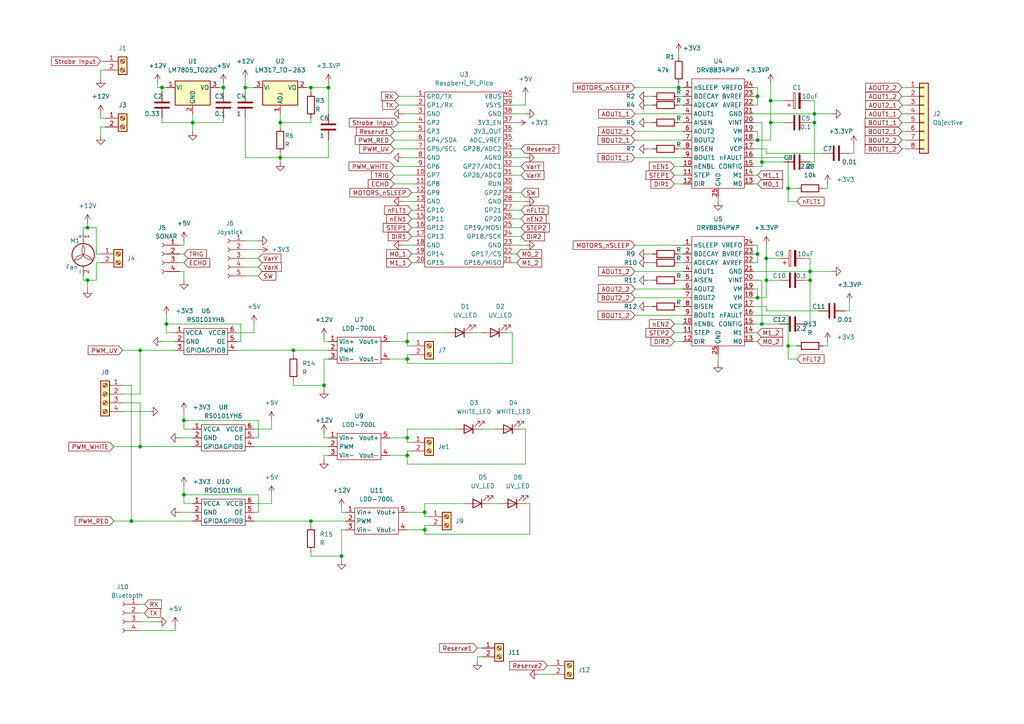
<source format=kicad_sch>
(kicad_sch (version 20211123) (generator eeschema)
  (paper "A4")
  (junction (at 118.11 99.06))
  (junction (at 46.99 25.4))
  (junction (at 222.25 74.93))
  (junction (at 234.95 81.28))
  (junction (at 40.64 101.6))
  (junction (at 219.71 40.64))
  (junction (at 55.88 35.56))
  (junction (at 40.64 129.54))
  (junction (at 220.98 93.98))
  (junction (at 223.52 35.56))
  (junction (at 234.95 78.74))
  (junction (at 53.34 121.92))
  (junction (at 228.6 54.61))
  (junction (at 219.71 73.66))
  (junction (at 48.26 93.98))
  (junction (at 99.06 161.29))
  (junction (at 81.28 45.72))
  (junction (at 123.19 153.67))
  (junction (at 219.71 86.36))
  (junction (at 222.25 81.28))
  (junction (at 85.09 101.6))
  (junction (at 71.12 25.4))
  (junction (at 25.4 81.28))
  (junction (at 228.6 100.33))
  (junction (at 223.52 29.21))
  (junction (at 236.22 35.56))
  (junction (at 38.1 151.13))
  (junction (at 118.11 104.14))
  (junction (at 219.71 27.94))
  (junction (at 90.17 151.13))
  (junction (at 95.25 25.4))
  (junction (at 53.34 143.51))
  (junction (at 90.17 25.4))
  (junction (at 196.85 25.4))
  (junction (at 123.19 148.59))
  (junction (at 25.4 66.04))
  (junction (at 118.11 127))
  (junction (at 236.22 33.02))
  (junction (at 81.28 35.56))
  (junction (at 93.98 111.76))
  (junction (at 118.11 132.08))
  (junction (at 220.98 46.99))
  (junction (at 64.77 25.4))
  (wire (pts (xy 148.59 33.02) (xy 152.4 33.02)))
  (wire (pts (xy 218.44 88.9) (xy 222.25 88.9)))
  (wire (pts (xy 118.11 153.67) (xy 123.19 153.67)))
  (wire (pts (xy 74.93 77.47) (xy 71.12 77.47)))
  (wire (pts (xy 114.3 43.18) (xy 120.65 43.18)))
  (wire (pts (xy 219.71 38.1) (xy 219.71 40.64)))
  (wire (pts (xy 24.13 81.28) (xy 25.4 81.28)))
  (wire (pts (xy 218.44 30.48) (xy 219.71 30.48)))
  (wire (pts (xy 220.98 48.26) (xy 218.44 48.26)))
  (wire (pts (xy 119.38 76.2) (xy 120.65 76.2)))
  (wire (pts (xy 222.25 81.28) (xy 226.06 81.28)))
  (wire (pts (xy 228.6 104.14) (xy 228.6 100.33)))
  (wire (pts (xy 118.11 132.08) (xy 118.11 134.62)))
  (wire (pts (xy 118.11 124.46) (xy 132.08 124.46)))
  (wire (pts (xy 223.52 24.13) (xy 223.52 29.21)))
  (wire (pts (xy 123.19 152.4) (xy 124.46 152.4)))
  (wire (pts (xy 55.88 35.56) (xy 64.77 35.56)))
  (wire (pts (xy 187.96 81.28) (xy 189.23 81.28)))
  (wire (pts (xy 95.25 45.72) (xy 81.28 45.72)))
  (wire (pts (xy 151.13 63.5) (xy 148.59 63.5)))
  (wire (pts (xy 90.17 25.4) (xy 90.17 26.67)))
  (wire (pts (xy 234.95 78.74) (xy 241.3 78.74)))
  (wire (pts (xy 218.44 25.4) (xy 219.71 25.4)))
  (wire (pts (xy 119.38 63.5) (xy 120.65 63.5)))
  (wire (pts (xy 53.34 121.92) (xy 74.93 121.92)))
  (wire (pts (xy 35.56 114.3) (xy 40.64 114.3)))
  (wire (pts (xy 261.62 40.64) (xy 262.89 40.64)))
  (wire (pts (xy 69.85 99.06) (xy 69.85 93.98)))
  (wire (pts (xy 196.85 35.56) (xy 198.12 35.56)))
  (wire (pts (xy 218.44 78.74) (xy 234.95 78.74)))
  (wire (pts (xy 113.03 127) (xy 118.11 127)))
  (wire (pts (xy 151.13 66.04) (xy 148.59 66.04)))
  (wire (pts (xy 148.59 30.48) (xy 152.4 30.48)))
  (wire (pts (xy 156.21 195.58) (xy 160.02 195.58)))
  (wire (pts (xy 218.44 96.52) (xy 219.71 96.52)))
  (wire (pts (xy 208.28 102.87) (xy 208.28 105.41)))
  (wire (pts (xy 99.06 148.59) (xy 100.33 148.59)))
  (wire (pts (xy 218.44 43.18) (xy 222.25 43.18)))
  (wire (pts (xy 261.62 25.4) (xy 262.89 25.4)))
  (wire (pts (xy 53.34 124.46) (xy 55.88 124.46)))
  (wire (pts (xy 236.22 33.02) (xy 241.3 33.02)))
  (wire (pts (xy 25.4 64.77) (xy 25.4 66.04)))
  (wire (pts (xy 118.11 104.14) (xy 118.11 102.87)))
  (wire (pts (xy 38.1 151.13) (xy 55.88 151.13)))
  (wire (pts (xy 222.25 74.93) (xy 226.06 74.93)))
  (wire (pts (xy 238.76 100.33) (xy 240.03 100.33)))
  (wire (pts (xy 196.85 73.66) (xy 198.12 73.66)))
  (wire (pts (xy 99.06 147.32) (xy 99.06 148.59)))
  (wire (pts (xy 118.11 148.59) (xy 123.19 148.59)))
  (wire (pts (xy 118.11 127) (xy 118.11 128.27)))
  (wire (pts (xy 90.17 151.13) (xy 90.17 152.4)))
  (wire (pts (xy 148.59 55.88) (xy 151.13 55.88)))
  (wire (pts (xy 29.21 20.32) (xy 29.21 22.86)))
  (wire (pts (xy 50.8 181.61) (xy 50.8 182.88)))
  (wire (pts (xy 115.57 27.94) (xy 120.65 27.94)))
  (wire (pts (xy 196.85 88.9) (xy 198.12 88.9)))
  (wire (pts (xy 115.57 30.48) (xy 120.65 30.48)))
  (wire (pts (xy 53.34 119.38) (xy 53.34 121.92)))
  (wire (pts (xy 95.25 25.4) (xy 90.17 25.4)))
  (wire (pts (xy 218.44 83.82) (xy 219.71 83.82)))
  (wire (pts (xy 196.85 25.4) (xy 198.12 25.4)))
  (wire (pts (xy 40.64 180.34) (xy 45.72 180.34)))
  (wire (pts (xy 55.88 33.02) (xy 55.88 35.56)))
  (wire (pts (xy 222.25 71.12) (xy 222.25 74.93)))
  (wire (pts (xy 90.17 161.29) (xy 99.06 161.29)))
  (wire (pts (xy 73.66 127) (xy 74.93 127)))
  (wire (pts (xy 74.93 148.59) (xy 74.93 143.51)))
  (wire (pts (xy 236.22 46.99) (xy 236.22 35.56)))
  (wire (pts (xy 81.28 33.02) (xy 81.28 35.56)))
  (wire (pts (xy 74.93 127) (xy 74.93 121.92)))
  (wire (pts (xy 118.11 128.27) (xy 119.38 128.27)))
  (wire (pts (xy 119.38 55.88) (xy 120.65 55.88)))
  (wire (pts (xy 184.15 71.12) (xy 198.12 71.12)))
  (wire (pts (xy 223.52 29.21) (xy 223.52 35.56)))
  (wire (pts (xy 29.21 33.02) (xy 29.21 34.29)))
  (wire (pts (xy 236.22 29.21) (xy 236.22 33.02)))
  (wire (pts (xy 152.4 124.46) (xy 152.4 134.62)))
  (wire (pts (xy 222.25 90.17) (xy 222.25 88.9)))
  (wire (pts (xy 116.84 45.72) (xy 120.65 45.72)))
  (wire (pts (xy 99.06 153.67) (xy 99.06 161.29)))
  (wire (pts (xy 148.59 45.72) (xy 152.4 45.72)))
  (wire (pts (xy 184.15 91.44) (xy 198.12 91.44)))
  (wire (pts (xy 71.12 72.39) (xy 74.93 72.39)))
  (wire (pts (xy 93.98 111.76) (xy 93.98 113.03)))
  (wire (pts (xy 261.62 30.48) (xy 262.89 30.48)))
  (wire (pts (xy 187.96 76.2) (xy 189.23 76.2)))
  (wire (pts (xy 228.6 45.72) (xy 228.6 54.61)))
  (wire (pts (xy 30.48 20.32) (xy 29.21 20.32)))
  (wire (pts (xy 219.71 83.82) (xy 219.71 86.36)))
  (wire (pts (xy 153.67 146.05) (xy 153.67 154.94)))
  (wire (pts (xy 73.66 148.59) (xy 74.93 148.59)))
  (wire (pts (xy 218.44 33.02) (xy 236.22 33.02)))
  (wire (pts (xy 115.57 35.56) (xy 120.65 35.56)))
  (wire (pts (xy 85.09 101.6) (xy 85.09 102.87)))
  (wire (pts (xy 119.38 130.81) (xy 118.11 130.81)))
  (wire (pts (xy 228.6 54.61) (xy 231.14 54.61)))
  (wire (pts (xy 30.48 17.78) (xy 29.21 17.78)))
  (wire (pts (xy 118.11 130.81) (xy 118.11 132.08)))
  (wire (pts (xy 220.98 46.99) (xy 227.33 46.99)))
  (wire (pts (xy 218.44 73.66) (xy 219.71 73.66)))
  (wire (pts (xy 187.96 30.48) (xy 189.23 30.48)))
  (wire (pts (xy 119.38 60.96) (xy 120.65 60.96)))
  (wire (pts (xy 123.19 146.05) (xy 134.62 146.05)))
  (wire (pts (xy 247.65 44.45) (xy 246.38 44.45)))
  (wire (pts (xy 240.03 100.33) (xy 240.03 99.06)))
  (wire (pts (xy 53.34 146.05) (xy 55.88 146.05)))
  (wire (pts (xy 78.74 121.92) (xy 78.74 124.46)))
  (wire (pts (xy 100.33 153.67) (xy 99.06 153.67)))
  (wire (pts (xy 139.7 124.46) (xy 143.51 124.46)))
  (wire (pts (xy 196.85 24.13) (xy 196.85 25.4)))
  (wire (pts (xy 95.25 24.13) (xy 95.25 25.4)))
  (wire (pts (xy 71.12 80.01) (xy 74.93 80.01)))
  (wire (pts (xy 234.95 81.28) (xy 234.95 78.74)))
  (wire (pts (xy 123.19 146.05) (xy 123.19 148.59)))
  (wire (pts (xy 148.59 35.56) (xy 149.86 35.56)))
  (wire (pts (xy 234.95 46.99) (xy 236.22 46.99)))
  (wire (pts (xy 236.22 35.56) (xy 236.22 33.02)))
  (wire (pts (xy 30.48 36.83) (xy 29.21 36.83)))
  (wire (pts (xy 53.34 78.74) (xy 53.34 81.28)))
  (wire (pts (xy 138.43 191.77) (xy 138.43 190.5)))
  (wire (pts (xy 71.12 25.4) (xy 71.12 26.67)))
  (wire (pts (xy 218.44 81.28) (xy 220.98 81.28)))
  (wire (pts (xy 40.64 116.84) (xy 40.64 129.54)))
  (wire (pts (xy 187.96 73.66) (xy 189.23 73.66)))
  (wire (pts (xy 219.71 86.36) (xy 222.25 86.36)))
  (wire (pts (xy 148.59 50.8) (xy 151.13 50.8)))
  (wire (pts (xy 196.85 15.24) (xy 196.85 16.51)))
  (wire (pts (xy 74.93 74.93) (xy 71.12 74.93)))
  (wire (pts (xy 148.59 58.42) (xy 152.4 58.42)))
  (wire (pts (xy 261.62 35.56) (xy 262.89 35.56)))
  (wire (pts (xy 95.25 132.08) (xy 93.98 132.08)))
  (wire (pts (xy 153.67 154.94) (xy 123.19 154.94)))
  (wire (pts (xy 196.85 43.18) (xy 198.12 43.18)))
  (wire (pts (xy 240.03 54.61) (xy 238.76 54.61)))
  (wire (pts (xy 138.43 190.5) (xy 139.7 190.5)))
  (wire (pts (xy 261.62 38.1) (xy 262.89 38.1)))
  (wire (pts (xy 137.16 96.52) (xy 139.7 96.52)))
  (wire (pts (xy 218.44 76.2) (xy 219.71 76.2)))
  (wire (pts (xy 33.02 129.54) (xy 40.64 129.54)))
  (wire (pts (xy 95.25 127) (xy 93.98 127)))
  (wire (pts (xy 222.25 44.45) (xy 238.76 44.45)))
  (wire (pts (xy 113.03 132.08) (xy 118.11 132.08)))
  (wire (pts (xy 116.84 58.42) (xy 120.65 58.42)))
  (wire (pts (xy 73.66 93.98) (xy 73.66 96.52)))
  (wire (pts (xy 219.71 40.64) (xy 218.44 40.64)))
  (wire (pts (xy 246.38 87.63) (xy 246.38 90.17)))
  (wire (pts (xy 52.07 78.74) (xy 53.34 78.74)))
  (wire (pts (xy 119.38 73.66) (xy 120.65 73.66)))
  (wire (pts (xy 119.38 66.04) (xy 120.65 66.04)))
  (wire (pts (xy 29.21 76.2) (xy 27.94 76.2)))
  (wire (pts (xy 219.71 25.4) (xy 219.71 27.94)))
  (wire (pts (xy 231.14 104.14) (xy 228.6 104.14)))
  (wire (pts (xy 195.58 96.52) (xy 198.12 96.52)))
  (wire (pts (xy 116.84 71.12) (xy 120.65 71.12)))
  (wire (pts (xy 41.91 175.26) (xy 40.64 175.26)))
  (wire (pts (xy 184.15 83.82) (xy 198.12 83.82)))
  (wire (pts (xy 45.72 25.4) (xy 46.99 25.4)))
  (wire (pts (xy 123.19 148.59) (xy 123.19 149.86)))
  (wire (pts (xy 142.24 146.05) (xy 144.78 146.05)))
  (wire (pts (xy 93.98 132.08) (xy 93.98 133.35)))
  (wire (pts (xy 85.09 111.76) (xy 93.98 111.76)))
  (wire (pts (xy 123.19 149.86) (xy 124.46 149.86)))
  (wire (pts (xy 195.58 93.98) (xy 198.12 93.98)))
  (wire (pts (xy 73.66 129.54) (xy 95.25 129.54)))
  (wire (pts (xy 218.44 53.34) (xy 219.71 53.34)))
  (wire (pts (xy 218.44 35.56) (xy 220.98 35.56)))
  (wire (pts (xy 48.26 91.44) (xy 48.26 93.98)))
  (wire (pts (xy 95.25 40.64) (xy 95.25 45.72)))
  (wire (pts (xy 64.77 24.13) (xy 64.77 25.4)))
  (wire (pts (xy 46.99 35.56) (xy 55.88 35.56)))
  (wire (pts (xy 233.68 74.93) (xy 234.95 74.93)))
  (wire (pts (xy 196.85 30.48) (xy 198.12 30.48)))
  (wire (pts (xy 73.66 151.13) (xy 90.17 151.13)))
  (wire (pts (xy 90.17 160.02) (xy 90.17 161.29)))
  (wire (pts (xy 223.52 40.64) (xy 219.71 40.64)))
  (wire (pts (xy 148.59 60.96) (xy 151.13 60.96)))
  (wire (pts (xy 240.03 53.34) (xy 240.03 54.61)))
  (wire (pts (xy 29.21 36.83) (xy 29.21 39.37)))
  (wire (pts (xy 53.34 143.51) (xy 74.93 143.51)))
  (wire (pts (xy 81.28 44.45) (xy 81.28 45.72)))
  (wire (pts (xy 196.85 81.28) (xy 198.12 81.28)))
  (wire (pts (xy 114.3 40.64) (xy 120.65 40.64)))
  (wire (pts (xy 78.74 146.05) (xy 73.66 146.05)))
  (wire (pts (xy 123.19 153.67) (xy 123.19 152.4)))
  (wire (pts (xy 219.71 27.94) (xy 219.71 30.48)))
  (wire (pts (xy 116.84 33.02) (xy 120.65 33.02)))
  (wire (pts (xy 151.13 68.58) (xy 148.59 68.58)))
  (wire (pts (xy 187.96 35.56) (xy 189.23 35.56)))
  (wire (pts (xy 233.68 81.28) (xy 234.95 81.28)))
  (wire (pts (xy 247.65 41.91) (xy 247.65 44.45)))
  (wire (pts (xy 148.59 71.12) (xy 152.4 71.12)))
  (wire (pts (xy 93.98 97.79) (xy 93.98 99.06)))
  (wire (pts (xy 148.59 76.2) (xy 149.86 76.2)))
  (wire (pts (xy 184.15 38.1) (xy 198.12 38.1)))
  (wire (pts (xy 222.25 90.17) (xy 237.49 90.17)))
  (wire (pts (xy 118.11 104.14) (xy 118.11 105.41)))
  (wire (pts (xy 118.11 96.52) (xy 129.54 96.52)))
  (wire (pts (xy 81.28 46.99) (xy 81.28 45.72)))
  (wire (pts (xy 218.44 38.1) (xy 219.71 38.1)))
  (wire (pts (xy 148.59 73.66) (xy 149.86 73.66)))
  (wire (pts (xy 219.71 71.12) (xy 219.71 73.66)))
  (wire (pts (xy 64.77 25.4) (xy 64.77 26.67)))
  (wire (pts (xy 113.03 104.14) (xy 118.11 104.14)))
  (wire (pts (xy 220.98 93.98) (xy 226.06 93.98)))
  (wire (pts (xy 35.56 111.76) (xy 38.1 111.76)))
  (wire (pts (xy 234.95 93.98) (xy 234.95 81.28)))
  (wire (pts (xy 78.74 124.46) (xy 73.66 124.46)))
  (wire (pts (xy 184.15 40.64) (xy 198.12 40.64)))
  (wire (pts (xy 234.95 35.56) (xy 236.22 35.56)))
  (wire (pts (xy 71.12 25.4) (xy 71.12 22.86)))
  (wire (pts (xy 184.15 45.72) (xy 198.12 45.72)))
  (wire (pts (xy 118.11 100.33) (xy 119.38 100.33)))
  (wire (pts (xy 187.96 43.18) (xy 189.23 43.18)))
  (wire (pts (xy 25.4 81.28) (xy 27.94 81.28)))
  (wire (pts (xy 184.15 86.36) (xy 198.12 86.36)))
  (wire (pts (xy 68.58 99.06) (xy 69.85 99.06)))
  (wire (pts (xy 222.25 74.93) (xy 222.25 81.28)))
  (wire (pts (xy 25.4 66.04) (xy 27.94 66.04)))
  (wire (pts (xy 55.88 35.56) (xy 55.88 38.1)))
  (wire (pts (xy 218.44 71.12) (xy 219.71 71.12)))
  (wire (pts (xy 85.09 110.49) (xy 85.09 111.76)))
  (wire (pts (xy 48.26 93.98) (xy 69.85 93.98)))
  (wire (pts (xy 148.59 96.52) (xy 148.59 105.41)))
  (wire (pts (xy 71.12 34.29) (xy 71.12 45.72)))
  (wire (pts (xy 52.07 127) (xy 55.88 127)))
  (wire (pts (xy 223.52 29.21) (xy 227.33 29.21)))
  (wire (pts (xy 52.07 148.59) (xy 55.88 148.59)))
  (wire (pts (xy 53.34 121.92) (xy 53.34 124.46)))
  (wire (pts (xy 71.12 45.72) (xy 81.28 45.72)))
  (wire (pts (xy 196.85 27.94) (xy 198.12 27.94)))
  (wire (pts (xy 118.11 102.87) (xy 119.38 102.87)))
  (wire (pts (xy 220.98 81.28) (xy 220.98 93.98)))
  (wire (pts (xy 90.17 35.56) (xy 81.28 35.56)))
  (wire (pts (xy 46.99 26.67) (xy 46.99 25.4)))
  (wire (pts (xy 46.99 99.06) (xy 50.8 99.06)))
  (wire (pts (xy 73.66 25.4) (xy 71.12 25.4)))
  (wire (pts (xy 95.25 33.02) (xy 95.25 25.4)))
  (wire (pts (xy 90.17 34.29) (xy 90.17 35.56)))
  (wire (pts (xy 148.59 48.26) (xy 151.13 48.26)))
  (wire (pts (xy 218.44 93.98) (xy 220.98 93.98)))
  (wire (pts (xy 53.34 71.12) (xy 52.07 71.12)))
  (wire (pts (xy 30.48 34.29) (xy 29.21 34.29)))
  (wire (pts (xy 93.98 99.06) (xy 95.25 99.06)))
  (wire (pts (xy 53.34 143.51) (xy 53.34 146.05)))
  (wire (pts (xy 152.4 146.05) (xy 153.67 146.05)))
  (wire (pts (xy 158.75 193.04) (xy 160.02 193.04)))
  (wire (pts (xy 33.02 151.13) (xy 38.1 151.13)))
  (wire (pts (xy 53.34 140.97) (xy 53.34 143.51)))
  (wire (pts (xy 78.74 143.51) (xy 78.74 146.05)))
  (wire (pts (xy 123.19 153.67) (xy 123.19 154.94)))
  (wire (pts (xy 24.13 80.01) (xy 24.13 81.28)))
  (wire (pts (xy 118.11 124.46) (xy 118.11 127)))
  (wire (pts (xy 24.13 66.04) (xy 25.4 66.04)))
  (wire (pts (xy 93.98 125.73) (xy 93.98 127)))
  (wire (pts (xy 52.07 76.2) (xy 53.34 76.2)))
  (wire (pts (xy 24.13 67.31) (xy 24.13 66.04)))
  (wire (pts (xy 151.13 124.46) (xy 152.4 124.46)))
  (wire (pts (xy 81.28 35.56) (xy 81.28 36.83)))
  (wire (pts (xy 184.15 33.02) (xy 198.12 33.02)))
  (wire (pts (xy 114.3 50.8) (xy 120.65 50.8)))
  (wire (pts (xy 196.85 76.2) (xy 198.12 76.2)))
  (wire (pts (xy 85.09 101.6) (xy 95.25 101.6)))
  (wire (pts (xy 99.06 161.29) (xy 99.06 162.56)))
  (wire (pts (xy 95.25 104.14) (xy 93.98 104.14)))
  (wire (pts (xy 195.58 48.26) (xy 198.12 48.26)))
  (wire (pts (xy 218.44 86.36) (xy 219.71 86.36)))
  (wire (pts (xy 45.72 24.13) (xy 45.72 25.4)))
  (wire (pts (xy 218.44 91.44) (xy 228.6 91.44)))
  (wire (pts (xy 88.9 25.4) (xy 90.17 25.4)))
  (wire (pts (xy 35.56 119.38) (xy 43.18 119.38)))
  (wire (pts (xy 29.21 73.66) (xy 27.94 73.66)))
  (wire (pts (xy 93.98 104.14) (xy 93.98 111.76)))
  (wire (pts (xy 114.3 38.1) (xy 120.65 38.1)))
  (wire (pts (xy 46.99 34.29) (xy 46.99 35.56)))
  (wire (pts (xy 147.32 96.52) (xy 148.59 96.52)))
  (wire (pts (xy 218.44 99.06) (xy 219.71 99.06)))
  (wire (pts (xy 184.15 78.74) (xy 198.12 78.74)))
  (wire (pts (xy 114.3 48.26) (xy 120.65 48.26)))
  (wire (pts (xy 90.17 151.13) (xy 100.33 151.13)))
  (wire (pts (xy 223.52 35.56) (xy 227.33 35.56)))
  (wire (pts (xy 119.38 68.58) (xy 120.65 68.58)))
  (wire (pts (xy 27.94 81.28) (xy 27.94 76.2)))
  (wire (pts (xy 27.94 66.04) (xy 27.94 73.66)))
  (wire (pts (xy 187.96 27.94) (xy 189.23 27.94)))
  (wire (pts (xy 46.99 25.4) (xy 48.26 25.4)))
  (wire (pts (xy 48.26 93.98) (xy 48.26 96.52)))
  (wire (pts (xy 231.14 58.42) (xy 228.6 58.42)))
  (wire (pts (xy 152.4 134.62) (xy 118.11 134.62)))
  (wire (pts (xy 234.95 74.93) (xy 234.95 78.74)))
  (wire (pts (xy 118.11 96.52) (xy 118.11 99.06)))
  (wire (pts (xy 118.11 99.06) (xy 118.11 100.33)))
  (wire (pts (xy 195.58 99.06) (xy 198.12 99.06)))
  (wire (pts (xy 218.44 50.8) (xy 219.71 50.8)))
  (wire (pts (xy 53.34 69.85) (xy 53.34 71.12)))
  (wire (pts (xy 184.15 25.4) (xy 196.85 25.4)))
  (wire (pts (xy 138.43 187.96) (xy 139.7 187.96)))
  (wire (pts (xy 222.25 86.36) (xy 222.25 81.28)))
  (wire (pts (xy 246.38 90.17) (xy 245.11 90.17)))
  (wire (pts (xy 220.98 35.56) (xy 220.98 46.99)))
  (wire (pts (xy 71.12 69.85) (xy 74.93 69.85)))
  (wire (pts (xy 261.62 27.94) (xy 262.89 27.94)))
  (wire (pts (xy 68.58 101.6) (xy 85.09 101.6)))
  (wire (pts (xy 73.66 96.52) (xy 68.58 96.52)))
  (wire (pts (xy 113.03 99.06) (xy 118.11 99.06)))
  (wire (pts (xy 222.25 44.45) (xy 222.25 43.18)))
  (wire (pts (xy 228.6 100.33) (xy 231.14 100.33)))
  (wire (pts (xy 64.77 34.29) (xy 64.77 35.56)))
  (wire (pts (xy 35.56 101.6) (xy 40.64 101.6)))
  (wire (pts (xy 195.58 53.34) (xy 198.12 53.34)))
  (wire (pts (xy 218.44 45.72) (xy 228.6 45.72)))
  (wire (pts (xy 219.71 73.66) (xy 219.71 76.2)))
  (wire (pts (xy 35.56 116.84) (xy 40.64 116.84)))
  (wire (pts (xy 38.1 111.76) (xy 38.1 151.13)))
  (wire (pts (xy 195.58 50.8) (xy 198.12 50.8)))
  (wire (pts (xy 40.64 101.6) (xy 40.64 114.3)))
  (wire (pts (xy 233.68 93.98) (xy 234.95 93.98)))
  (wire (pts (xy 40.64 182.88) (xy 50.8 182.88)))
  (wire (pts (xy 208.28 57.15) (xy 208.28 58.42)))
  (wire (pts (xy 261.62 33.02) (xy 262.89 33.02)))
  (wire (pts (xy 220.98 46.99) (xy 220.98 48.26)))
  (wire (pts (xy 234.95 29.21) (xy 236.22 29.21)))
  (wire (pts (xy 223.52 35.56) (xy 223.52 40.64)))
  (wire (pts (xy 48.26 96.52) (xy 50.8 96.52)))
  (wire (pts (xy 187.96 88.9) (xy 189.23 88.9)))
  (wire (pts (xy 148.59 105.41) (xy 118.11 105.41)))
  (wire (pts (xy 52.07 73.66) (xy 53.34 73.66)))
  (wire (pts (xy 228.6 91.44) (xy 228.6 100.33)))
  (wire (pts (xy 114.3 53.34) (xy 120.65 53.34)))
  (wire (pts (xy 63.5 25.4) (xy 64.77 25.4)))
  (wire (pts (xy 152.4 30.48) (xy 152.4 27.94)))
  (wire (pts (xy 40.64 177.8) (xy 41.91 177.8)))
  (wire (pts (xy 40.64 101.6) (xy 50.8 101.6)))
  (wire (pts (xy 228.6 58.42) (xy 228.6 54.61)))
  (wire (pts (xy 261.62 43.18) (xy 262.89 43.18)))
  (wire (pts (xy 148.59 43.18) (xy 151.13 43.18)))
  (wire (pts (xy 40.64 129.54) (xy 55.88 129.54)))
  (wire (pts (xy 25.4 81.28) (xy 25.4 83.82)))
  (wire (pts (xy 218.44 27.94) (xy 219.71 27.94)))
  (global_label "Strobe Input" (shape input) (at 29.21 17.78 180) (property "Intersheet References" "${INTERSHEET_REFS}" (effects hide)))
  (global_label "AOUT2_2" (shape input) (at 261.62 25.4 180) (property "Intersheet References" "${INTERSHEET_REFS}" (effects hide)))
  (global_label "BOUT2_1" (shape input) (at 261.62 38.1 180) (property "Intersheet References" "${INTERSHEET_REFS}" (effects hide)))
  (global_label "M0_1" (shape input) (at 119.38 73.66 180) (property "Intersheet References" "${INTERSHEET_REFS}" (effects hide)))
  (global_label "Reserve2" (shape input) (at 151.13 43.18 0) (property "Intersheet References" "${INTERSHEET_REFS}" (effects hide)))
  (global_label "BOUT1_1" (shape input) (at 184.15 45.72 180) (property "Intersheet References" "${INTERSHEET_REFS}" (effects hide)))
  (global_label "BOUT2_1" (shape input) (at 184.15 40.64 180) (property "Intersheet References" "${INTERSHEET_REFS}" (effects hide)))
  (global_label "PWM_RED" (shape input) (at 33.02 151.13 180) (property "Intersheet References" "${INTERSHEET_REFS}" (effects hide)))
  (global_label "AOUT2_1" (shape input) (at 184.15 38.1 180) (property "Intersheet References" "${INTERSHEET_REFS}" (effects hide)))
  (global_label "AOUT1_1" (shape input) (at 261.62 33.02 180) (property "Intersheet References" "${INTERSHEET_REFS}" (effects hide)))
  (global_label "Reserve1" (shape input) (at 138.43 187.96 180) (property "Intersheet References" "${INTERSHEET_REFS}" (effects hide)))
  (global_label "RX" (shape input) (at 41.91 175.26 0) (property "Intersheet References" "${INTERSHEET_REFS}" (effects hide)))
  (global_label "nFLT2" (shape input) (at 231.14 104.14 0) (property "Intersheet References" "${INTERSHEET_REFS}" (effects hide)))
  (global_label "DIR1" (shape input) (at 119.38 68.58 180) (property "Intersheet References" "${INTERSHEET_REFS}" (effects hide)))
  (global_label "TRIG" (shape input) (at 114.3 50.8 180) (property "Intersheet References" "${INTERSHEET_REFS}" (effects hide)))
  (global_label "RX" (shape input) (at 115.57 27.94 180) (property "Intersheet References" "${INTERSHEET_REFS}" (effects hide)))
  (global_label "AOUT1_2" (shape input) (at 184.15 78.74 180) (property "Intersheet References" "${INTERSHEET_REFS}" (effects hide)))
  (global_label "PWM_UV" (shape input) (at 35.56 101.6 180) (property "Intersheet References" "${INTERSHEET_REFS}" (effects hide)))
  (global_label "Strobe Input" (shape input) (at 115.57 35.56 180) (property "Intersheet References" "${INTERSHEET_REFS}" (effects hide)))
  (global_label "ECHO" (shape input) (at 114.3 53.34 180) (property "Intersheet References" "${INTERSHEET_REFS}" (effects hide)))
  (global_label "TX" (shape input) (at 115.57 30.48 180) (property "Intersheet References" "${INTERSHEET_REFS}" (effects hide)))
  (global_label "Reserve2" (shape input) (at 158.75 193.04 180) (property "Intersheet References" "${INTERSHEET_REFS}" (effects hide)))
  (global_label "VarY" (shape input) (at 74.93 74.93 0) (property "Intersheet References" "${INTERSHEET_REFS}" (effects hide)))
  (global_label "STEP1" (shape input) (at 119.38 66.04 180) (property "Intersheet References" "${INTERSHEET_REFS}" (effects hide)))
  (global_label "BOUT1_2" (shape input) (at 184.15 91.44 180) (property "Intersheet References" "${INTERSHEET_REFS}" (effects hide)))
  (global_label "DIR2" (shape input) (at 195.58 99.06 180) (property "Intersheet References" "${INTERSHEET_REFS}" (effects hide)))
  (global_label "nEN2" (shape input) (at 195.58 93.98 180) (property "Intersheet References" "${INTERSHEET_REFS}" (effects hide)))
  (global_label "nFLT1" (shape input) (at 231.14 58.42 0) (property "Intersheet References" "${INTERSHEET_REFS}" (effects hide)))
  (global_label "nFLT1" (shape input) (at 119.38 60.96 180) (property "Intersheet References" "${INTERSHEET_REFS}" (effects hide)))
  (global_label "M0_1" (shape input) (at 219.71 53.34 0) (property "Intersheet References" "${INTERSHEET_REFS}" (effects hide)))
  (global_label "PWM_WHITE" (shape input) (at 33.02 129.54 180) (property "Intersheet References" "${INTERSHEET_REFS}" (effects hide)))
  (global_label "BOUT2_2" (shape input) (at 261.62 40.64 180) (property "Intersheet References" "${INTERSHEET_REFS}" (effects hide)))
  (global_label "VarX" (shape input) (at 151.13 50.8 0) (property "Intersheet References" "${INTERSHEET_REFS}" (effects hide)))
  (global_label "DIR2" (shape input) (at 151.13 68.58 0) (property "Intersheet References" "${INTERSHEET_REFS}" (effects hide)))
  (global_label "M0_2" (shape input) (at 149.86 73.66 0) (property "Intersheet References" "${INTERSHEET_REFS}" (effects hide)))
  (global_label "ECHO" (shape input) (at 53.34 76.2 0) (property "Intersheet References" "${INTERSHEET_REFS}" (effects hide)))
  (global_label "MOTORS_nSLEEP" (shape input) (at 184.15 71.12 180) (property "Intersheet References" "${INTERSHEET_REFS}" (effects hide)))
  (global_label "AOUT2_1" (shape input) (at 261.62 30.48 180) (property "Intersheet References" "${INTERSHEET_REFS}" (effects hide)))
  (global_label "PWM_WHITE" (shape input) (at 114.3 48.26 180) (property "Intersheet References" "${INTERSHEET_REFS}" (effects hide)))
  (global_label "MOTORS_nSLEEP" (shape input) (at 184.15 25.4 180) (property "Intersheet References" "${INTERSHEET_REFS}" (effects hide)))
  (global_label "STEP2" (shape input) (at 151.13 66.04 0) (property "Intersheet References" "${INTERSHEET_REFS}" (effects hide)))
  (global_label "MOTORS_nSLEEP" (shape input) (at 119.38 55.88 180) (property "Intersheet References" "${INTERSHEET_REFS}" (effects hide)))
  (global_label "AOUT1_1" (shape input) (at 184.15 33.02 180) (property "Intersheet References" "${INTERSHEET_REFS}" (effects hide)))
  (global_label "M0_2" (shape input) (at 219.71 99.06 0) (property "Intersheet References" "${INTERSHEET_REFS}" (effects hide)))
  (global_label "AOUT1_2" (shape input) (at 261.62 27.94 180) (property "Intersheet References" "${INTERSHEET_REFS}" (effects hide)))
  (global_label "nEN1" (shape input) (at 119.38 63.5 180) (property "Intersheet References" "${INTERSHEET_REFS}" (effects hide)))
  (global_label "nEN1" (shape input) (at 195.58 48.26 180) (property "Intersheet References" "${INTERSHEET_REFS}" (effects hide)))
  (global_label "M1_2" (shape input) (at 149.86 76.2 0) (property "Intersheet References" "${INTERSHEET_REFS}" (effects hide)))
  (global_label "TX" (shape input) (at 41.91 177.8 0) (property "Intersheet References" "${INTERSHEET_REFS}" (effects hide)))
  (global_label "STEP1" (shape input) (at 195.58 50.8 180) (property "Intersheet References" "${INTERSHEET_REFS}" (effects hide)))
  (global_label "M1_1" (shape input) (at 219.71 50.8 0) (property "Intersheet References" "${INTERSHEET_REFS}" (effects hide)))
  (global_label "M1_2" (shape input) (at 219.71 96.52 0) (property "Intersheet References" "${INTERSHEET_REFS}" (effects hide)))
  (global_label "STEP2" (shape input) (at 195.58 96.52 180) (property "Intersheet References" "${INTERSHEET_REFS}" (effects hide)))
  (global_label "AOUT2_2" (shape input) (at 184.15 83.82 180) (property "Intersheet References" "${INTERSHEET_REFS}" (effects hide)))
  (global_label "BOUT2_2" (shape input) (at 184.15 86.36 180) (property "Intersheet References" "${INTERSHEET_REFS}" (effects hide)))
  (global_label "BOUT1_1" (shape input) (at 261.62 35.56 180) (property "Intersheet References" "${INTERSHEET_REFS}" (effects hide)))
  (global_label "TRIG" (shape input) (at 53.34 73.66 0) (property "Intersheet References" "${INTERSHEET_REFS}" (effects hide)))
  (global_label "BOUT1_2" (shape input) (at 261.62 43.18 180) (property "Intersheet References" "${INTERSHEET_REFS}" (effects hide)))
  (global_label "PWM_UV" (shape input) (at 114.3 43.18 180) (property "Intersheet References" "${INTERSHEET_REFS}" (effects hide)))
  (global_label "SW" (shape input) (at 74.93 80.01 0) (property "Intersheet References" "${INTERSHEET_REFS}" (effects hide)))
  (global_label "PWM_RED" (shape input) (at 114.3 40.64 180) (property "Intersheet References" "${INTERSHEET_REFS}" (effects hide)))
  (global_label "VarY" (shape input) (at 151.13 48.26 0) (property "Intersheet References" "${INTERSHEET_REFS}" (effects hide)))
  (global_label "nFLT2" (shape input) (at 151.13 60.96 0) (property "Intersheet References" "${INTERSHEET_REFS}" (effects hide)))
  (global_label "nEN2" (shape input) (at 151.13 63.5 0) (property "Intersheet References" "${INTERSHEET_REFS}" (effects hide)))
  (global_label "SW" (shape input) (at 151.13 55.88 0) (property "Intersheet References" "${INTERSHEET_REFS}" (effects hide)))
  (global_label "VarX" (shape input) (at 74.93 77.47 0) (property "Intersheet References" "${INTERSHEET_REFS}" (effects hide)))
  (global_label "M1_1" (shape input) (at 119.38 76.2 180) (property "Intersheet References" "${INTERSHEET_REFS}" (effects hide)))
  (global_label "DIR1" (shape input) (at 195.58 53.34 180) (property "Intersheet References" "${INTERSHEET_REFS}" (effects hide)))
  (global_label "Reserve1" (shape input) (at 114.3 38.1 180) (property "Intersheet References" "${INTERSHEET_REFS}" (effects hide)))
  (symbol (lib_id "power:GND") (at 187.96 76.2 270) (unit 1)
    (property "Reference" "#PWR036" (effects hide))
    (property "Value" "GND" (effects hide))
  )
  (symbol (lib_id "power:GND") (at 116.84 33.02 270) (unit 1)
    (property "Reference" "#PWR012" (effects hide))
    (property "Value" "GND" (effects hide))
  )
  (symbol (lib_id "power:+12V") (at 25.4 64.77 0) (unit 1)
    (property "Reference" "#PWR028" (effects hide))
    (property "Value" "+12V" (at 25.4 59.69 0))
  )
  (symbol (lib_id "Connector:Screw_Terminal_01x04") (at 30.48 114.3 0) (mirror y) (unit 1)
    (property "Reference" "J8" (at 30.48 107.95 0))
    (property "Value" "Screw_Terminal_01x04" (effects hide))
    (property "Footprint" "Connector_PinHeader_2.54mm:PinHeader_1x04_P2.54mm_Vertical" (effects hide))
  )
  (symbol (lib_id "power:+12V") (at 93.98 125.73 0) (unit 1)
    (property "Reference" "#PWR053" (effects hide))
    (property "Value" "+12V" (at 93.98 121.92 0))
  )
  (symbol (lib_id "power:+5V") (at 53.34 69.85 0) (unit 1)
    (property "Reference" "#PWR029" (effects hide))
    (property "Value" "+5V" (at 53.34 64.77 0))
  )
  (symbol (lib_id "Device:C_Polarized") (at 231.14 29.21 90) (unit 1)
    (property "Reference" "C1" (at 231.14 25.4 90))
    (property "Value" "10uF" (at 234.95 27.94 90))
    (property "Footprint" "Capacitor_THT:CP_Radial_D6.3mm_P2.50mm" (effects hide))
  )
  (symbol (lib_id "power:GND") (at 116.84 45.72 270) (unit 1)
    (property "Reference" "#PWR021" (effects hide))
    (property "Value" "GND" (effects hide))
  )
  (symbol (lib_id "power:GND") (at 138.43 191.77 0) (unit 1)
    (property "Reference" "#PWR0102" (effects hide))
    (property "Value" "GND" (effects hide))
  )
  (symbol (lib_id "power:GND") (at 152.4 33.02 90) (unit 1)
    (property "Reference" "#PWR013" (effects hide))
    (property "Value" "GND" (effects hide))
  )
  (symbol (lib_id "Shield_Emergent:RS0101YH6") (at 64.77 127 0) (unit 1)
    (property "Reference" "U8" (at 64.77 118.11 0))
    (property "Value" "RS0101YH6" (at 64.77 120.65 0))
    (property "Footprint" "Package_TO_SOT_SMD:SOT-23-6_Handsoldering" (effects hide))
  )
  (symbol (lib_id "Device:C") (at 95.25 36.83 0) (unit 1)
    (property "Reference" "C6" (at 92.71 34.29 0) (effects (justify left)))
    (property "Value" "1" (at 92.71 39.37 0) (effects (justify left)))
    (property "Footprint" "Capacitor_SMD:C_0603_1608Metric_Pad1.08x0.95mm_HandSolder" (effects hide))
  )
  (symbol (lib_id "Device:R") (at 193.04 35.56 90) (unit 1)
    (property "Reference" "R5" (at 182.88 35.56 90))
    (property "Value" "R" (at 196.85 34.29 90))
    (property "Footprint" "Resistor_SMD:R_0603_1608Metric_Pad0.98x0.95mm_HandSolder" (effects hide))
  )
  (symbol (lib_id "Device:C") (at 64.77 30.48 0) (unit 1)
    (property "Reference" "C3" (at 62.23 27.94 0) (effects (justify left)))
    (property "Value" "0.1" (at 62.23 33.02 0) (effects (justify left)))
    (property "Footprint" "Capacitor_SMD:C_0603_1608Metric_Pad1.08x0.95mm_HandSolder" (effects hide))
  )
  (symbol (lib_id "Shield_Emergent:Raspberri_Pi_Pico") (at 134.62 39.37 0) (unit 1)
    (property "Reference" "U3" (at 134.62 21.59 0))
    (property "Value" "Raspberri_Pi_Pico" (at 134.62 24.13 0))
    (property "Footprint" "Shield_Emergent:Raspberry Pi Pico" (effects hide))
  )
  (symbol (lib_id "power:GND") (at 152.4 58.42 90) (unit 1)
    (property "Reference" "#PWR026" (effects hide))
    (property "Value" "GND" (effects hide))
  )
  (symbol (lib_id "power:GND") (at 25.4 83.82 0) (unit 1)
    (property "Reference" "#PWR040" (effects hide))
    (property "Value" "GND" (effects hide))
  )
  (symbol (lib_id "power:GND") (at 187.96 43.18 270) (unit 1)
    (property "Reference" "#PWR020" (effects hide))
    (property "Value" "GND" (effects hide))
  )
  (symbol (lib_id "Connector:Screw_Terminal_01x02") (at 35.56 34.29 0) (unit 1)
    (property "Reference" "J3" (at 35.56 30.48 0))
    (property "Value" "Screw_Terminal_01x02" (effects hide))
    (property "Footprint" "Connector_PinSocket_2.54mm:PinSocket_1x02_P2.54mm_Vertical" (effects hide))
  )
  (symbol (lib_id "Device:LED") (at 138.43 146.05 180) (unit 1) (on_board no)
    (property "Reference" "D5" (at 140.0175 138.43 0))
    (property "Value" "UV_LED" (at 140.0175 140.97 0))
  )
  (symbol (lib_id "Regulator_Linear:LM7805_TO220") (at 55.88 25.4 0) (unit 1)
    (property "Reference" "U1" (at 55.88 17.78 0))
    (property "Value" "LM7805_TO220" (at 55.88 20.32 0))
    (property "Footprint" "Package_TO_SOT_THT:TO-220-3_Vertical" (effects hide))
    (property "Datasheet" "https://www.onsemi.cn/PowerSolutions/document/MC7800-D.PDF" (effects hide))
  )
  (symbol (lib_id "Connector:Screw_Terminal_01x02") (at 124.46 100.33 0) (unit 1)
    (property "Reference" "J7" (at 127 101.5999 0) (effects (justify left)))
    (property "Value" "Screw_Terminal_01x02" (effects hide))
    (property "Footprint" "Connector_PinSocket_2.54mm:PinSocket_1x02_P2.54mm_Vertical" (effects hide))
  )
  (symbol (lib_id "Connector:Screw_Terminal_01x02") (at 34.29 73.66 0) (unit 1)
    (property "Reference" "J4" (at 36.83 74.9299 0) (effects (justify left)))
    (property "Value" "Screw_Terminal_01x02" (effects hide))
    (property "Footprint" "Connector_PinSocket_2.54mm:PinSocket_1x02_P2.54mm_Vertical" (effects hide))
  )
  (symbol (lib_id "power:+3.3VP") (at 223.52 24.13 0) (unit 1)
    (property "Reference" "#PWR07" (effects hide))
    (property "Value" "+3.3VP" (at 219.71 20.32 0))
  )
  (symbol (lib_id "power:GND") (at 93.98 133.35 0) (unit 1)
    (property "Reference" "#PWR055" (effects hide))
    (property "Value" "GND" (effects hide))
  )
  (symbol (lib_id "power:GND") (at 29.21 22.86 0) (unit 1)
    (property "Reference" "#PWR02" (effects hide))
    (property "Value" "GND" (effects hide))
  )
  (symbol (lib_id "Shield_Emergent:RS0101YH6") (at 59.69 99.06 0) (unit 1)
    (property "Reference" "U6" (at 59.69 90.17 0))
    (property "Value" "RS0101YH6" (at 59.69 92.71 0))
    (property "Footprint" "Package_TO_SOT_SMD:SOT-23-6_Handsoldering" (effects hide))
  )
  (symbol (lib_id "Device:R") (at 193.04 88.9 90) (unit 1)
    (property "Reference" "R12" (at 182.88 88.9 90))
    (property "Value" "R" (at 196.85 87.63 90))
    (property "Footprint" "Resistor_SMD:R_0603_1608Metric_Pad0.98x0.95mm_HandSolder" (effects hide))
  )
  (symbol (lib_id "power:+12V") (at 45.72 24.13 0) (unit 1)
    (property "Reference" "#PWR04" (effects hide))
    (property "Value" "+12V" (at 45.72 19.05 0))
  )
  (symbol (lib_id "power:GND") (at 187.96 27.94 270) (unit 1)
    (property "Reference" "#PWR09" (effects hide))
    (property "Value" "GND" (effects hide))
  )
  (symbol (lib_id "power:GND") (at 152.4 45.72 90) (unit 1)
    (property "Reference" "#PWR022" (effects hide))
    (property "Value" "GND" (effects hide))
  )
  (symbol (lib_id "power:GND") (at 116.84 58.42 270) (unit 1)
    (property "Reference" "#PWR025" (effects hide))
    (property "Value" "GND" (effects hide))
  )
  (symbol (lib_id "Shield_Emergent:LDD-700L") (at 104.14 101.6 0) (unit 1)
    (property "Reference" "U7" (at 104.14 92.71 0))
    (property "Value" "LDD-700L" (at 104.14 95.25 0))
    (property "Footprint" "Shield_Emergent:LDD-700L" (effects hide))
  )
  (symbol (lib_id "power:+3.3V") (at 74.93 72.39 270) (unit 1)
    (property "Reference" "#PWR034" (effects hide))
    (property "Value" "+3.3V" (at 78.74 72.3899 90) (effects (justify left)))
  )
  (symbol (lib_id "power:+12V") (at 93.98 97.79 0) (unit 1)
    (property "Reference" "#PWR045" (effects hide))
    (property "Value" "+12V" (at 93.98 92.71 0))
  )
  (symbol (lib_id "power:+3.3V") (at 53.34 140.97 0) (unit 1)
    (property "Reference" "#PWR056" (effects hide))
    (property "Value" "+3.3V" (at 55.88 139.6999 0) (effects (justify left)))
  )
  (symbol (lib_id "Device:LED") (at 135.89 124.46 180) (unit 1) (on_board no)
    (property "Reference" "D3" (at 137.4775 116.84 0))
    (property "Value" "WHITE_LED" (at 137.4775 119.38 0))
  )
  (symbol (lib_id "Device:C") (at 71.12 30.48 0) (unit 1)
    (property "Reference" "C4" (at 68.58 27.94 0) (effects (justify left)))
    (property "Value" "1" (at 68.58 33.02 0) (effects (justify left)))
    (property "Footprint" "Capacitor_SMD:C_0603_1608Metric_Pad1.08x0.95mm_HandSolder" (effects hide))
  )
  (symbol (lib_id "Device:LED") (at 143.51 96.52 180) (unit 1) (on_board no)
    (property "Reference" "D2" (at 145.0975 88.9 0))
    (property "Value" "UV_LED" (at 145.0975 91.44 0))
  )
  (symbol (lib_id "Device:R") (at 193.04 43.18 90) (unit 1)
    (property "Reference" "R7" (at 182.88 43.18 90))
    (property "Value" "R" (at 196.85 41.91 90))
    (property "Footprint" "Resistor_SMD:R_0603_1608Metric_Pad0.98x0.95mm_HandSolder" (effects hide))
  )
  (symbol (lib_id "power:+12V") (at 71.12 22.86 0) (unit 1)
    (property "Reference" "#PWR03" (effects hide))
    (property "Value" "+12V" (at 71.12 17.78 0))
  )
  (symbol (lib_id "power:GND") (at 116.84 71.12 270) (unit 1)
    (property "Reference" "#PWR031" (effects hide))
    (property "Value" "GND" (effects hide))
  )
  (symbol (lib_id "Connector:Screw_Terminal_01x02") (at 35.56 17.78 0) (unit 1)
    (property "Reference" "J1" (at 35.56 13.97 0))
    (property "Value" "Screw_Terminal_01x02" (effects hide))
    (property "Footprint" "Connector_PinSocket_2.54mm:PinSocket_1x02_P2.54mm_Vertical" (effects hide))
  )
  (symbol (lib_id "power:+5V") (at 78.74 143.51 0) (unit 1)
    (property "Reference" "#PWR057" (effects hide))
    (property "Value" "+5V" (at 78.74 138.43 0))
  )
  (symbol (lib_id "power:GND") (at 52.07 148.59 270) (unit 1)
    (property "Reference" "#PWR059" (effects hide))
    (property "Value" "GND" (effects hide))
  )
  (symbol (lib_id "power:GND") (at 187.96 30.48 270) (unit 1)
    (property "Reference" "#PWR010" (effects hide))
    (property "Value" "GND" (effects hide))
  )
  (symbol (lib_id "power:GND") (at 187.96 88.9 270) (unit 1)
    (property "Reference" "#PWR042" (effects hide))
    (property "Value" "GND" (effects hide))
  )
  (symbol (lib_id "Device:LED") (at 148.59 146.05 180) (unit 1) (on_board no)
    (property "Reference" "D6" (at 150.1775 138.43 0))
    (property "Value" "UV_LED" (at 150.1775 140.97 0))
  )
  (symbol (lib_id "Device:R") (at 85.09 106.68 0) (unit 1)
    (property "Reference" "R14" (at 87.63 105.4099 0) (effects (justify left)))
    (property "Value" "R" (at 87.63 107.9499 0) (effects (justify left)))
    (property "Footprint" "Resistor_SMD:R_0603_1608Metric_Pad0.98x0.95mm_HandSolder" (effects hide))
  )
  (symbol (lib_id "power:GND") (at 74.93 69.85 90) (unit 1)
    (property "Reference" "#PWR030" (effects hide))
    (property "Value" "GND" (effects hide))
  )
  (symbol (lib_id "Connector:Screw_Terminal_01x02") (at 124.46 128.27 0) (unit 1)
    (property "Reference" "Je1" (at 127 129.5399 0) (effects (justify left)))
    (property "Value" "Screw_Terminal_01x02" (effects hide))
    (property "Footprint" "Connector_PinSocket_2.54mm:PinSocket_1x02_P2.54mm_Vertical" (effects hide))
  )
  (symbol (lib_id "power:GND") (at 99.06 162.56 0) (unit 1)
    (property "Reference" "#PWR060" (effects hide))
    (property "Value" "GND" (effects hide))
  )
  (symbol (lib_id "power:+3.3V") (at 196.85 15.24 0) (unit 1)
    (property "Reference" "#PWR01" (effects hide))
    (property "Value" "+3.3V" (at 200.66 13.97 0))
  )
  (symbol (lib_id "Connector:Conn_01x05_Female") (at 66.04 74.93 0) (mirror y) (unit 1)
    (property "Reference" "J6" (at 66.675 64.77 0))
    (property "Value" "Joystick" (at 66.675 67.31 0))
    (property "Footprint" "Connector_PinSocket_2.54mm:PinSocket_1x05_P2.54mm_Vertical" (effects hide))
  )
  (symbol (lib_id "power:GND") (at 55.88 38.1 0) (unit 1)
    (property "Reference" "#PWR017" (effects hide))
    (property "Value" "GND" (effects hide))
  )
  (symbol (lib_id "Shield_Emergent:DRV8834PWP") (at 208.28 39.37 0) (unit 1)
    (property "Reference" "U4" (at 208.28 17.78 0))
    (property "Value" "DRV8834PWP" (at 208.28 20.32 0))
    (property "Footprint" "Shield_Emergent:DRV8834PWP" (effects hide))
  )
  (symbol (lib_id "power:GND") (at 208.28 105.41 0) (unit 1)
    (property "Reference" "#PWR048" (effects hide))
    (property "Value" "GND" (effects hide))
  )
  (symbol (lib_id "power:+3.3V") (at 240.03 99.06 0) (unit 1)
    (property "Reference" "#PWR047" (effects hide))
    (property "Value" "+3.3V" (at 242.57 97.7899 0) (effects (justify left)))
  )
  (symbol (lib_id "power:+3.3V") (at 149.86 35.56 270) (unit 1)
    (property "Reference" "#PWR015" (effects hide))
    (property "Value" "+3.3V" (at 153.67 35.5599 90) (effects (justify left)))
  )
  (symbol (lib_id "power:GND") (at 241.3 78.74 90) (unit 1)
    (property "Reference" "#PWR037" (effects hide))
    (property "Value" "GND" (effects hide))
  )
  (symbol (lib_id "Device:C") (at 231.14 35.56 270) (unit 1)
    (property "Reference" "C5" (at 233.68 34.29 90))
    (property "Value" "0.1" (at 233.68 36.83 90))
    (property "Footprint" "Capacitor_SMD:C_0603_1608Metric_Pad1.08x0.95mm_HandSolder" (effects hide))
  )
  (symbol (lib_id "Device:R") (at 193.04 27.94 90) (unit 1)
    (property "Reference" "R2" (at 182.88 27.94 90))
    (property "Value" "R" (at 196.85 26.67 90))
    (property "Footprint" "Resistor_SMD:R_0603_1608Metric_Pad0.98x0.95mm_HandSolder" (effects hide))
  )
  (symbol (lib_id "power:+3.3VP") (at 247.65 41.91 0) (unit 1)
    (property "Reference" "#PWR019" (effects hide))
    (property "Value" "+3.3VP" (at 243.84 38.1 0))
  )
  (symbol (lib_id "power:+3.3VP") (at 246.38 87.63 0) (unit 1)
    (property "Reference" "#PWR041" (effects hide))
    (property "Value" "+3.3VP" (at 246.38 82.55 0))
  )
  (symbol (lib_id "Device:C_Polarized") (at 229.87 74.93 90) (unit 1)
    (property "Reference" "C9" (at 226.06 73.66 90))
    (property "Value" "10uF" (at 233.68 73.66 90))
    (property "Footprint" "Capacitor_THT:CP_Radial_D6.3mm_P2.50mm" (effects hide))
  )
  (symbol (lib_id "Device:R") (at 196.85 20.32 0) (unit 1)
    (property "Reference" "R1" (at 193.04 16.51 0) (effects (justify left)))
    (property "Value" "47k" (at 190.5 20.32 0) (effects (justify left)))
    (property "Footprint" "Resistor_SMD:R_0603_1608Metric_Pad0.98x0.95mm_HandSolder" (effects hide))
  )
  (symbol (lib_id "power:+3.3VP") (at 222.25 71.12 0) (unit 1)
    (property "Reference" "#PWR033" (effects hide))
    (property "Value" "+3.3VP" (at 222.25 66.04 0))
  )
  (symbol (lib_id "Shield_Emergent:DRV8834PWP") (at 208.28 85.09 0) (unit 1)
    (property "Reference" "U5" (at 208.28 63.5 0))
    (property "Value" "DRV8834PWP" (at 208.28 66.04 0))
    (property "Footprint" "Shield_Emergent:DRV8834PWP" (effects hide))
  )
  (symbol (lib_id "Shield_Emergent:LDD-700L") (at 104.14 129.54 0) (unit 1)
    (property "Reference" "U9" (at 104.14 120.65 0))
    (property "Value" "LDD-700L" (at 104.14 123.19 0))
    (property "Footprint" "Shield_Emergent:LDD-700L" (effects hide))
  )
  (symbol (lib_id "power:+3.3VP") (at 95.25 24.13 0) (unit 1)
    (property "Reference" "#PWR06" (effects hide))
    (property "Value" "+3.3VP" (at 95.25 19.05 0))
  )
  (symbol (lib_id "power:+3.3V") (at 53.34 119.38 0) (unit 1)
    (property "Reference" "#PWR051" (effects hide))
    (property "Value" "+3.3V" (at 55.88 118.1099 0) (effects (justify left)))
  )
  (symbol (lib_id "Device:C") (at 242.57 44.45 90) (unit 1)
    (property "Reference" "C7" (at 240.03 43.18 90))
    (property "Value" "0.01" (at 246.38 46.99 90))
    (property "Footprint" "Capacitor_SMD:C_0603_1608Metric_Pad1.08x0.95mm_HandSolder" (effects hide))
  )
  (symbol (lib_id "power:+5V") (at 78.74 121.92 0) (unit 1)
    (property "Reference" "#PWR052" (effects hide))
    (property "Value" "+5V" (at 78.74 116.84 0))
  )
  (symbol (lib_id "Device:C") (at 229.87 93.98 90) (unit 1)
    (property "Reference" "C12" (at 226.06 92.71 90))
    (property "Value" "2.2" (at 232.41 95.25 90))
    (property "Footprint" "Capacitor_SMD:C_0603_1608Metric_Pad1.08x0.95mm_HandSolder" (effects hide))
  )
  (symbol (lib_id "Device:C") (at 231.14 46.99 90) (unit 1)
    (property "Reference" "C8" (at 228.6 45.72 90))
    (property "Value" "2.2" (at 233.68 48.26 90))
    (property "Footprint" "Capacitor_SMD:C_0603_1608Metric_Pad1.08x0.95mm_HandSolder" (effects hide))
  )
  (symbol (lib_id "power:GND") (at 93.98 113.03 0) (unit 1)
    (property "Reference" "#PWR049" (effects hide))
    (property "Value" "GND" (effects hide))
  )
  (symbol (lib_id "power:GND") (at 43.18 119.38 90) (unit 1)
    (property "Reference" "#PWR050" (effects hide))
    (property "Value" "GND" (effects hide))
  )
  (symbol (lib_id "power:GND") (at 156.21 195.58 270) (unit 1)
    (property "Reference" "#PWR0101" (effects hide))
    (property "Value" "GND" (effects hide))
  )
  (symbol (lib_id "Device:R") (at 90.17 156.21 0) (unit 1)
    (property "Reference" "R15" (at 92.71 154.9399 0) (effects (justify left)))
    (property "Value" "R" (at 92.71 157.4799 0) (effects (justify left)))
    (property "Footprint" "Resistor_SMD:R_0603_1608Metric_Pad0.98x0.95mm_HandSolder" (effects hide))
  )
  (symbol (lib_id "power:GND") (at 152.4 71.12 90) (unit 1)
    (property "Reference" "#PWR032" (effects hide))
    (property "Value" "GND" (effects hide))
  )
  (symbol (lib_id "Regulator_Linear:LM317_TO-263") (at 81.28 25.4 0) (unit 1)
    (property "Reference" "U2" (at 81.28 17.78 0))
    (property "Value" "LM317_TO-263" (at 81.28 20.32 0))
    (property "Footprint" "Package_TO_SOT_SMD:TO-263-2" (effects hide))
    (property "Datasheet" "http://www.ti.com/lit/ds/symlink/lm317.pdf" (effects hide))
  )
  (symbol (lib_id "Connector:Conn_01x04_Female") (at 46.99 73.66 0) (mirror y) (unit 1)
    (property "Reference" "J5" (at 46.99 66.04 0))
    (property "Value" "SONAR" (at 48.26 68.58 0))
    (property "Footprint" "Connector_PinSocket_2.54mm:PinSocket_1x04_P2.54mm_Vertical" (effects hide))
  )
  (symbol (lib_id "power:+5V") (at 64.77 24.13 0) (unit 1)
    (property "Reference" "#PWR05" (effects hide))
    (property "Value" "+5V" (at 64.77 19.05 0))
  )
  (symbol (lib_id "Device:LED") (at 133.35 96.52 180) (unit 1) (on_board no)
    (property "Reference" "D1" (at 134.9375 88.9 0))
    (property "Value" "UV_LED" (at 134.9375 91.44 0))
  )
  (symbol (lib_id "Device:C") (at 229.87 81.28 90) (unit 1)
    (property "Reference" "C10" (at 226.06 80.01 90))
    (property "Value" "0.1" (at 232.41 80.01 90))
    (property "Footprint" "Capacitor_SMD:C_0603_1608Metric_Pad1.08x0.95mm_HandSolder" (effects hide))
  )
  (symbol (lib_id "Device:R") (at 193.04 30.48 90) (unit 1)
    (property "Reference" "R4" (at 182.88 30.48 90))
    (property "Value" "R" (at 196.85 29.21 90))
    (property "Footprint" "Resistor_SMD:R_0603_1608Metric_Pad0.98x0.95mm_HandSolder" (effects hide))
  )
  (symbol (lib_id "power:GND") (at 29.21 39.37 0) (unit 1)
    (property "Reference" "#PWR018" (effects hide))
    (property "Value" "GND" (effects hide))
  )
  (symbol (lib_id "power:GND") (at 46.99 99.06 270) (unit 1)
    (property "Reference" "#PWR046" (effects hide))
    (property "Value" "GND" (effects hide))
  )
  (symbol (lib_id "Device:R") (at 234.95 100.33 270) (unit 1)
    (property "Reference" "R13" (at 234.95 93.98 90))
    (property "Value" "R" (at 234.95 96.52 90))
    (property "Footprint" "Resistor_SMD:R_0603_1608Metric_Pad0.98x0.95mm_HandSolder" (effects hide))
  )
  (symbol (lib_id "Motor:Fan") (at 24.13 74.93 0) (unit 1) (on_board no)
    (property "Reference" "M1" (at 20.32 69.85 0) (effects (justify left)))
    (property "Value" "Fan" (at 19.05 77.47 0) (effects (justify left)))
  )
  (symbol (lib_id "power:GND") (at 208.28 58.42 0) (unit 1)
    (property "Reference" "#PWR027" (effects hide))
    (property "Value" "GND" (effects hide))
  )
  (symbol (lib_id "power:GND") (at 52.07 127 270) (unit 1)
    (property "Reference" "#PWR054" (effects hide))
    (property "Value" "GND" (effects hide))
  )
  (symbol (lib_id "power:+5V") (at 50.8 181.61 0) (unit 1)
    (property "Reference" "#PWR062" (effects hide))
    (property "Value" "+5V" (at 50.8 176.53 0))
  )
  (symbol (lib_id "power:+12V") (at 29.21 33.02 0) (mirror y) (unit 1)
    (property "Reference" "#PWR011" (effects hide))
    (property "Value" "+12V" (at 29.21 27.94 0))
  )
  (symbol (lib_id "Device:LED") (at 147.32 124.46 180) (unit 1) (on_board no)
    (property "Reference" "D4" (at 148.9075 116.84 0))
    (property "Value" "WHITE_LED" (at 148.9075 119.38 0))
  )
  (symbol (lib_id "power:GND") (at 187.96 73.66 270) (unit 1)
    (property "Reference" "#PWR035" (effects hide))
    (property "Value" "GND" (effects hide))
  )
  (symbol (lib_id "power:+3.3V") (at 240.03 53.34 0) (unit 1)
    (property "Reference" "#PWR024" (effects hide))
    (property "Value" "+3.3V" (at 242.57 52.0699 0) (effects (justify left)))
  )
  (symbol (lib_id "Connector:Screw_Terminal_01x02") (at 165.1 193.04 0) (unit 1)
    (property "Reference" "J12" (at 167.64 194.3099 0) (effects (justify left)))
    (property "Value" "Screw_Terminal_01x02" (effects hide))
    (property "Footprint" "Connector_PinSocket_2.54mm:PinSocket_1x02_P2.54mm_Vertical" (effects hide))
  )
  (symbol (lib_id "power:+5V") (at 73.66 93.98 0) (unit 1)
    (property "Reference" "#PWR044" (effects hide))
    (property "Value" "+5V" (at 73.66 88.9 0))
  )
  (symbol (lib_id "Connector:Conn_01x04_Female") (at 35.56 177.8 0) (mirror y) (unit 1)
    (property "Reference" "J10" (at 35.56 170.18 0))
    (property "Value" "Bluetooth" (at 36.83 172.72 0))
    (property "Footprint" "Connector_PinSocket_2.54mm:PinSocket_1x04_P2.54mm_Vertical" (effects hide))
  )
  (symbol (lib_id "power:+3.3V") (at 48.26 91.44 0) (unit 1)
    (property "Reference" "#PWR043" (effects hide))
    (property "Value" "+3.3V" (at 50.8 90.1699 0) (effects (justify left)))
  )
  (symbol (lib_id "Shield_Emergent:RS0101YH6") (at 64.77 148.59 0) (unit 1)
    (property "Reference" "U10" (at 64.77 139.7 0))
    (property "Value" "RS0101YH6" (at 64.77 142.24 0))
    (property "Footprint" "Package_TO_SOT_SMD:SOT-23-6_Handsoldering" (effects hide))
  )
  (symbol (lib_id "power:GND") (at 187.96 35.56 270) (unit 1)
    (property "Reference" "#PWR016" (effects hide))
    (property "Value" "GND" (effects hide))
  )
  (symbol (lib_id "Device:R") (at 193.04 81.28 90) (unit 1)
    (property "Reference" "R11" (at 182.88 81.28 90))
    (property "Value" "R" (at 196.85 80.01 90))
    (property "Footprint" "Resistor_SMD:R_0603_1608Metric_Pad0.98x0.95mm_HandSolder" (effects hide))
  )
  (symbol (lib_id "power:GND") (at 53.34 81.28 0) (unit 1)
    (property "Reference" "#PWR038" (effects hide))
    (property "Value" "GND" (effects hide))
  )
  (symbol (lib_id "power:GND") (at 241.3 33.02 90) (unit 1)
    (property "Reference" "#PWR014" (effects hide))
    (property "Value" "GND" (effects hide))
  )
  (symbol (lib_id "Shield_Emergent:LDD-700L") (at 109.22 151.13 0) (unit 1)
    (property "Reference" "U11" (at 109.22 142.24 0))
    (property "Value" "LDD-700L" (at 109.22 144.78 0))
    (property "Footprint" "Shield_Emergent:LDD-700L" (effects hide))
  )
  (symbol (lib_id "Device:R") (at 81.28 40.64 0) (unit 1)
    (property "Reference" "R6" (at 82.55 39.37 0) (effects (justify left)))
    (property "Value" "R" (at 82.55 41.91 0) (effects (justify left)))
    (property "Footprint" "Resistor_SMD:R_0603_1608Metric_Pad0.98x0.95mm_HandSolder" (effects hide))
  )
  (symbol (lib_id "power:+12V") (at 99.06 147.32 0) (unit 1)
    (property "Reference" "#PWR058" (effects hide))
    (property "Value" "+12V" (at 99.06 142.24 0))
  )
  (symbol (lib_id "power:GND") (at 81.28 46.99 0) (unit 1)
    (property "Reference" "#PWR023" (effects hide))
    (property "Value" "GND" (effects hide))
  )
  (symbol (lib_id "Device:C") (at 241.3 90.17 90) (unit 1)
    (property "Reference" "C11" (at 237.49 88.9 90))
    (property "Value" "0.01" (at 245.11 92.71 90))
    (property "Footprint" "Capacitor_SMD:C_0603_1608Metric_Pad1.08x0.95mm_HandSolder" (effects hide))
  )
  (symbol (lib_id "Connector:Screw_Terminal_01x02") (at 129.54 149.86 0) (unit 1)
    (property "Reference" "J9" (at 132.08 151.1299 0) (effects (justify left)))
    (property "Value" "Screw_Terminal_01x02" (effects hide))
    (property "Footprint" "Connector_PinSocket_2.54mm:PinSocket_1x02_P2.54mm_Vertical" (effects hide))
  )
  (symbol (lib_id "Device:R") (at 193.04 73.66 90) (unit 1)
    (property "Reference" "R9" (at 182.88 73.66 90))
    (property "Value" "R" (at 196.85 72.39 90))
    (property "Footprint" "Resistor_SMD:R_0603_1608Metric_Pad0.98x0.95mm_HandSolder" (effects hide))
  )
  (symbol (lib_id "Device:R") (at 193.04 76.2 90) (unit 1)
    (property "Reference" "R10" (at 182.88 76.2 90))
    (property "Value" "R" (at 196.85 74.93 90))
    (property "Footprint" "Resistor_SMD:R_0603_1608Metric_Pad0.98x0.95mm_HandSolder" (effects hide))
  )
  (symbol (lib_id "power:GND") (at 187.96 81.28 270) (unit 1)
    (property "Reference" "#PWR039" (effects hide))
    (property "Value" "GND" (effects hide))
  )
  (symbol (lib_id "Device:R") (at 234.95 54.61 270) (unit 1)
    (property "Reference" "R8" (at 234.95 48.26 90))
    (property "Value" "10k" (at 234.95 50.8 90))
    (property "Footprint" "Resistor_SMD:R_0603_1608Metric_Pad0.98x0.95mm_HandSolder" (effects hide))
  )
  (symbol (lib_id "Connector_Generic:Conn_01x08") (at 267.97 33.02 0) (unit 1)
    (property "Reference" "J2" (at 270.51 33.02 0) (effects (justify left)))
    (property "Value" "Objective" (at 270.51 35.5599 0) (effects (justify left)))
    (property "Footprint" "Connector_PinSocket_1.27mm:PinSocket_1x08_P1.27mm_Vertical" (effects hide))
  )
  (symbol (lib_id "Device:R") (at 90.17 30.48 0) (unit 1)
    (property "Reference" "R3" (at 91.44 29.21 0) (effects (justify left)))
    (property "Value" "R" (at 91.44 31.75 0) (effects (justify left)))
    (property "Footprint" "Resistor_SMD:R_0603_1608Metric_Pad0.98x0.95mm_HandSolder" (effects hide))
  )
  (symbol (lib_id "Device:C") (at 46.99 30.48 0) (unit 1)
    (property "Reference" "C2" (at 44.45 27.94 0) (effects (justify left)))
    (property "Value" "0.33" (at 41.91 33.02 0) (effects (justify left)))
    (property "Footprint" "Capacitor_SMD:C_0603_1608Metric_Pad1.08x0.95mm_HandSolder" (effects hide))
  )
  (symbol (lib_id "power:GND") (at 45.72 180.34 90) (unit 1)
    (property "Reference" "#PWR061" (effects hide))
    (property "Value" "GND" (effects hide))
  )
  (symbol (lib_id "Connector:Screw_Terminal_01x02") (at 144.78 187.96 0) (unit 1)
    (property "Reference" "J11" (at 147.32 189.2299 0) (effects (justify left)))
    (property "Value" "Screw_Terminal_01x02" (effects hide))
    (property "Footprint" "Connector_PinSocket_2.54mm:PinSocket_1x02_P2.54mm_Vertical" (effects hide))
  )
  (symbol (lib_id "power:+5V") (at 152.4 27.94 0) (unit 1)
    (property "Reference" "#PWR08" (effects hide))
    (property "Value" "+5V" (at 152.4 22.86 0))
  )
)
</source>
